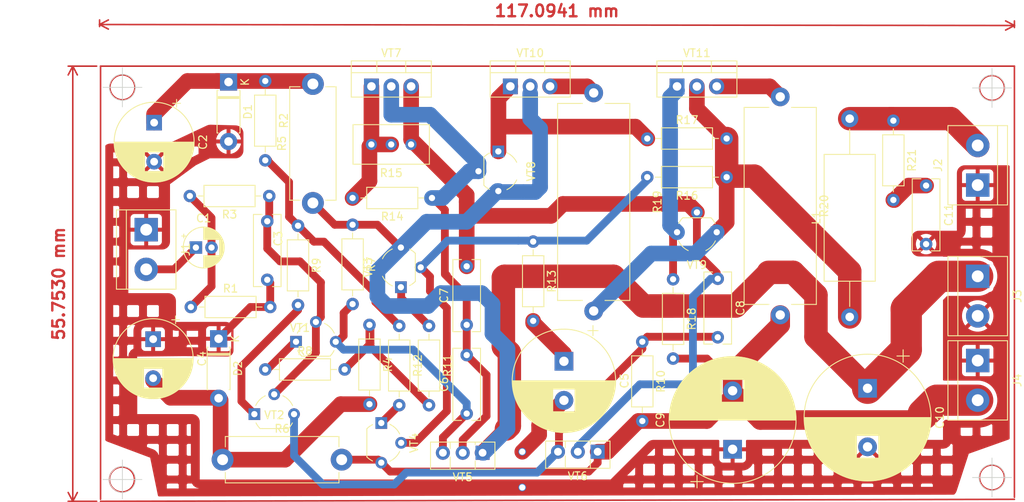
<source format=kicad_pcb>
(kicad_pcb (version 20211014) (generator pcbnew)

  (general
    (thickness 1.6)
  )

  (paper "A4")
  (layers
    (0 "F.Cu" signal)
    (31 "B.Cu" signal)
    (32 "B.Adhes" user "B.Adhesive")
    (33 "F.Adhes" user "F.Adhesive")
    (34 "B.Paste" user)
    (35 "F.Paste" user)
    (36 "B.SilkS" user "B.Silkscreen")
    (37 "F.SilkS" user "F.Silkscreen")
    (38 "B.Mask" user)
    (39 "F.Mask" user)
    (40 "Dwgs.User" user "User.Drawings")
    (41 "Cmts.User" user "User.Comments")
    (42 "Eco1.User" user "User.Eco1")
    (43 "Eco2.User" user "User.Eco2")
    (44 "Edge.Cuts" user)
    (45 "Margin" user)
    (46 "B.CrtYd" user "B.Courtyard")
    (47 "F.CrtYd" user "F.Courtyard")
    (48 "B.Fab" user)
    (49 "F.Fab" user)
    (50 "User.1" user)
    (51 "User.2" user)
    (52 "User.3" user)
    (53 "User.4" user)
    (54 "User.5" user)
    (55 "User.6" user)
    (56 "User.7" user)
    (57 "User.8" user)
    (58 "User.9" user)
  )

  (setup
    (stackup
      (layer "F.SilkS" (type "Top Silk Screen"))
      (layer "F.Paste" (type "Top Solder Paste"))
      (layer "F.Mask" (type "Top Solder Mask") (thickness 0.01))
      (layer "F.Cu" (type "copper") (thickness 0.035))
      (layer "dielectric 1" (type "core") (thickness 1.51) (material "FR4") (epsilon_r 4.5) (loss_tangent 0.02))
      (layer "B.Cu" (type "copper") (thickness 0.035))
      (layer "B.Mask" (type "Bottom Solder Mask") (thickness 0.01))
      (layer "B.Paste" (type "Bottom Solder Paste"))
      (layer "B.SilkS" (type "Bottom Silk Screen"))
      (copper_finish "None")
      (dielectric_constraints no)
    )
    (pad_to_mask_clearance 0)
    (pcbplotparams
      (layerselection 0x00010fc_ffffffff)
      (disableapertmacros false)
      (usegerberextensions false)
      (usegerberattributes true)
      (usegerberadvancedattributes true)
      (creategerberjobfile true)
      (svguseinch false)
      (svgprecision 6)
      (excludeedgelayer true)
      (plotframeref false)
      (viasonmask false)
      (mode 1)
      (useauxorigin false)
      (hpglpennumber 1)
      (hpglpenspeed 20)
      (hpglpendiameter 15.000000)
      (dxfpolygonmode true)
      (dxfimperialunits true)
      (dxfusepcbnewfont true)
      (psnegative false)
      (psa4output false)
      (plotreference true)
      (plotvalue true)
      (plotinvisibletext false)
      (sketchpadsonfab false)
      (subtractmaskfromsilk false)
      (outputformat 1)
      (mirror false)
      (drillshape 1)
      (scaleselection 1)
      (outputdirectory "")
    )
  )

  (net 0 "")
  (net 1 "Net-(C1-Pad1)")
  (net 2 "Net-(C1-Pad2)")
  (net 3 "GNDD")
  (net 4 "Net-(C2-Pad1)")
  (net 5 "Net-(C4-Pad2)")
  (net 6 "Net-(C5-Pad1)")
  (net 7 "Net-(C3-Pad1)")
  (net 8 "Net-(C6-Pad1)")
  (net 9 "Net-(C7-Pad2)")
  (net 10 "Net-(C9-Pad2)")
  (net 11 "Net-(C10-Pad1)")
  (net 12 "Net-(C11-Pad1)")
  (net 13 "Net-(J2-Pad2)")
  (net 14 "Net-(L1-Pad1)")
  (net 15 "Net-(R12-Pad1)")
  (net 16 "Net-(R11-Pad2)")
  (net 17 "Net-(R8-Pad1)")
  (net 18 "Net-(R9-Pad2)")
  (net 19 "Net-(R11-Pad1)")
  (net 20 "Net-(R12-Pad2)")
  (net 21 "Net-(R13-Pad1)")
  (net 22 "Net-(R14-Pad2)")
  (net 23 "Net-(R17-Pad1)")
  (net 24 "Net-(R18-Pad1)")
  (net 25 "Net-(R19-Pad1)")
  (net 26 "Net-(R20-Pad1)")
  (net 27 "Net-(C6-Pad2)")
  (net 28 "Net-(C8-Pad2)")

  (footprint "Resistor_THT:R_Axial_DIN0207_L6.3mm_D2.5mm_P10.16mm_Horizontal" (layer "F.Cu") (at 94.234 80.899 -90))

  (footprint "Capacitor_THT:CP_Radial_D16.0mm_P7.50mm" (layer "F.Cu") (at 133.096 96.714 90))

  (footprint "Capacitor_THT:CP_Radial_D5.0mm_P2.00mm" (layer "F.Cu") (at 64.399349 70.866))

  (footprint "Resistor_THT:R_Axial_DIN0614_L14.3mm_D5.7mm_P15.24mm_Horizontal" (layer "F.Cu") (at 79.375 65.151 90))

  (footprint "Resistor_THT:R_Axial_DIN0207_L6.3mm_D2.5mm_P10.16mm_Horizontal" (layer "F.Cu") (at 86.614 80.772 -90))

  (footprint "Resistor_THT:R_Axial_DIN0614_L14.3mm_D5.7mm_P15.24mm_Horizontal" (layer "F.Cu") (at 67.818 98.044))

  (footprint "Resistor_THT:R_Axial_DIN0207_L6.3mm_D2.5mm_P10.16mm_Horizontal" (layer "F.Cu") (at 77.47 68.072 -90))

  (footprint "Package_TO_SOT_THT:TO-220-3_Vertical" (layer "F.Cu") (at 104.648 50.221))

  (footprint "Package_TO_SOT_THT:TO-92_Wide" (layer "F.Cu") (at 88.13 93.345 -90))

  (footprint "Package_TO_SOT_THT:TO-126-3_Vertical" (layer "F.Cu") (at 115.824 97.028 180))

  (footprint "Resistor_THT:R_Axial_DIN0207_L6.3mm_D2.5mm_P10.16mm_Horizontal" (layer "F.Cu") (at 122.174 56.896))

  (footprint "Capacitor_THT:C_Rect_L9.0mm_W3.3mm_P7.50mm_MKT" (layer "F.Cu") (at 157.861 62.925 -90))

  (footprint "Resistor_THT:R_Axial_DIN0207_L6.3mm_D2.5mm_P10.16mm_Horizontal" (layer "F.Cu") (at 90.424 80.899 -90))

  (footprint "Resistor_THT:R_Axial_DIN0207_L6.3mm_D2.5mm_P10.16mm_Horizontal" (layer "F.Cu") (at 73.279 86.487))

  (footprint "Resistor_THT:R_Axial_Power_L25.0mm_W9.0mm_P27.94mm" (layer "F.Cu") (at 115.316 51.054 -90))

  (footprint "Capacitor_THT:CP_Radial_D13.0mm_P5.00mm" (layer "F.Cu") (at 111.506 85.441785 -90))

  (footprint "TerminalBlock:TerminalBlock_bornier-2_P5.08mm" (layer "F.Cu") (at 164.465 74.549 -90))

  (footprint "Resistor_THT:R_Axial_Power_L25.0mm_W9.0mm_P27.94mm" (layer "F.Cu") (at 139.192 51.562 -90))

  (footprint "Capacitor_THT:C_Rect_L9.0mm_W3.3mm_P7.50mm_MKT" (layer "F.Cu") (at 99.06 80.772 90))

  (footprint "Diode_THT:D_DO-41_SOD81_P7.62mm_Horizontal" (layer "F.Cu") (at 68.58 49.657 -90))

  (footprint "TerminalBlock:TerminalBlock_bornier-2_P5.08mm" (layer "F.Cu") (at 164.465 85.344 -90))

  (footprint "Package_TO_SOT_THT:TO-92_Wide" (layer "F.Cu") (at 71.882 92.21))

  (footprint "Package_TO_SOT_THT:TO-220-3_Vertical" (layer "F.Cu") (at 125.984 50.221))

  (footprint "Resistor_THT:R_Axial_DIN0207_L6.3mm_D2.5mm_P10.16mm_Horizontal" (layer "F.Cu") (at 73.787 64.262 180))

  (footprint "Capacitor_THT:C_Rect_L9.0mm_W3.3mm_P7.50mm_MKT" (layer "F.Cu") (at 131.191 74.863 -90))

  (footprint "Inductor_THT:L_Axial_L16.0mm_D6.3mm_P25.40mm_Horizontal_Fastron_VHBCC" (layer "F.Cu") (at 148.082 79.756 90))

  (footprint "Resistor_THT:R_Axial_DIN0207_L6.3mm_D2.5mm_P10.16mm_Horizontal" (layer "F.Cu") (at 107.569 70.104 -90))

  (footprint "Resistor_THT:R_Axial_DIN0207_L6.3mm_D2.5mm_P10.16mm_Horizontal" (layer "F.Cu") (at 73.279 49.53 -90))

  (footprint "Package_TO_SOT_THT:TO-92_Wide" (layer "F.Cu") (at 131.064 68.902 180))

  (footprint "Package_TO_SOT_THT:TO-92_Wide" (layer "F.Cu") (at 103.1085 58.547 -90))

  (footprint "Package_TO_SOT_THT:TO-126-3_Vertical" (layer "F.Cu") (at 101.092 97.161 180))

  (footprint "Capacitor_THT:CP_Radial_D10.0mm_P5.00mm" (layer "F.Cu")
    (tedit 5AE50EF1) (tstamp 9a8b117c-ce23-4410-957e-0bd5bf024606)
    (at 58.928 82.605969 -90)
    (descr "CP, Radial series, Radial, pin pitch=5.00mm, , diameter=10mm, Electrolytic Capacitor")
    (tags "CP Radial series Radial pin pitch 5.00mm  diameter 10mm Electrolytic Capacitor")
    (property "Sheetfile" "умзч-irf510.kicad_sch")
    (property "Sheetname" "")
    (path "/bedaf2ba-d56e-4dfa-96ca-6006e7ff1b78")
    (attr through_hole)
    (fp_text reference "C4" (at 2.5 -6.25 -90) (layer "F.SilkS")
      (effects (font (size 1 1) (thickness 0.15)))
      (tstamp aba1c536-d443-42b1-8ec7-4ff007f4a173)
    )
    (fp_text value "470uF" (at 2.5 6.25 -90) (layer "F.Fab")
      (effects (font (size 1 1) (thickness 0.15)))
      (tstamp aec23103-7d69-4f89-add0-bb4d915a7909)
    )
    (fp_text user "${REFERENCE}" (at 2.5 0 -90) (layer "F.Fab")
      (effects (font (size 1 1) (thickness 0.15)))
      (tstamp e2938ef8-84c8-475b-96e6-52b197018c80)
    )
    (fp_line (start 3.701 -4.938) (end 3.701 4.938) (layer "F.SilkS") (width 0.12) (tstamp 00587f9b-0776-4b13-9f16-4a46b4580e2e))
    (fp_line (start 4.141 -4.811) (end 4.141 -1.241) (layer "F.SilkS") (width 0.12) (tstamp 0370d83c-3ea7-4031-82b5-2636567be6b2))
    (fp_line (start 4.181 1.241) (end 4.181 4.797) (layer "F.SilkS") (width 0.12) (tstamp 049dc30d-cd5a-4078-9f1c-d11bf01e8dec))
    (fp_line (start 6.341 -3.347) (end 6.341 3.347) (layer "F.SilkS") (width 0.12) (tstamp 053a563f-9473-404a-9c6a-e638db37fae5))
    (fp_line (start 2.94 -5.062) (end 2.94 5.062) (layer "F.SilkS") (width 0.12) (tstamp 0c756773-aa3c-4089-866f-b147da6b7b7e))
    (fp_line (start 6.941 -2.51) (end 6.941 2.51) (layer "F.SilkS") (width 0.12) (tstamp 0cac6e39-6147-4db0-a577-57cc4fbd6c3e))
    (fp_line (start 7.581 -0.599) (end 7.581 0.599) (layer "F.SilkS") (width 0.12) (tstamp 0ce2d9db-3a2c-4634-a0ec-b5215d80e7c5))
    (fp_line (start 5.181 1.241) (end 5.181 4.323) (layer "F.SilkS") (width 0.12) (tstamp 0e0ce00d-471f-474c-b607-ebda7d27957f))
    (fp_line (start 5.981 -3.716) (end 5.981 -1.241) (layer "F.SilkS") (width 0.12) (tstamp 0ead8c8e-d015-433f-82dd-f48ddf24ad52))
    (fp_line (start 6.541 -3.106) (end 6.541 3.106) (layer "F.SilkS") (width 0.12) (tstamp 14f349e8-35a6-40ae-9b8f-7da0a7209eaf))
    (fp_line (start 5.781 -3.892) (end 5.781 -1.241) (layer "F.SilkS") (width 0.12) (tstamp 15b040e0-906c-4b49-be09-03d43f160ff2))
    (fp_line (start 7.541 -0.862) (end 7.541 0.862) (layer "F.SilkS") (width 0.12) (tstamp 15cbbcd5-7114-4501-b48f-96933ed55664))
    (fp_line (start 6.221 -3.478) (end 6.221 -1.241) (layer "F.SilkS") (width 0.12) (tstamp 15d014e9-d785-49f3-b0c8-249e84f4118e))
    (fp_line (start 3.461 -4.99) (end 3.461 4.99) (layer "F.SilkS") (width 0.12) (tstamp 17bad052-f800-4ba0-a2a7-98dd83e71cfc))
    (fp_line (start 3.341 -5.011) (end 3.341 5.011) (layer "F.SilkS") (width 0.12) (tstamp 1a74fdc0-fffc-4491-9754-52b08e10353c))
    (fp_line (start 3.861 -4.897) (end 3.861 -1.241) (layer "F.SilkS") (width 0.12) (tstamp 1c5d3487-952a-4d8b-a74c-903f49e64292))
    (fp_line (start 5.621 -4.02) (end 5.621 -1.241) (layer "F.SilkS") (width 0.12) (tstamp 1e568246-5f66-489b-9a11-02412597f4cd))
    (fp_line (start 5.101 1.241) (end 5.101 4.371) (layer "F.SilkS") (width 0.12) (tstamp 2230d88e-eff8-4cb4-b113-967396988529))
    (fp_line (start 6.101 -3.601) (end 6.101 -1.241) (layer "F.SilkS") (width 0.12) (tstamp 2277d7ef-1149-476d-bc8f-83fe0e21d571))
    (fp_line (start 5.781 1.241) (end 5.781 3.892) (layer "F.SilkS") (width 0.12) (tstamp 237440db-c3e4-42f0-a866-af27ebde3123))
    (fp_line (start 6.301 -3.392) (end 6.301 3.392) (layer "F.SilkS") (width 0.12) (tstamp 24061462-24fa-453b-8c18-2e59e8363ca0))
    (fp_line (start 3.901 1.241) (end 3.901 4.885) (layer "F.SilkS") (width 0.12) (tstamp 244d756c-2b4e-4ec7-8064-e0a47f98b92f))
    (fp_line (start 5.021 -4.417) (end 5.021 -1.241) (layer "F.SilkS") (width 0.12) (tstamp 2576a558-b3c8-409d-9b33-dfe128b30f9b))
    (fp_line (start -2.979646 -2.875) (end -1.979646 -2.875) (layer "F.SilkS") (width 0.12) (tstamp 25d1ad44-f7d6-479b-afc4-cf6143dc02bb))
    (fp_line (start 7.021 -2.365) (end 7.021 2.365) (layer "F.SilkS") (width 0.12) (tstamp 25da83c6-bc4f-4c15-87b7-ef18f97e5f92))
    (fp_line (start 4.741 1.241) (end 4.741 4.564) (layer "F.SilkS") (width 0.12) (tstamp 29b06bc0-eec6-4aa3-9f0c-edd946ce7316))
    (fp_line (start 4.781 -4.545) (end 4.781 -1.241) (layer "F.SilkS") (width 0.12) (tstamp 2a3e880c-90ea-4a95-8fe7-5a2ee75110f5))
    (fp_line (start 5.141 1.241) (end 5.141 4.347) (layer "F.SilkS") (width 0.12) (tstamp 2acffb30-6f33-419c-98a6-508f2082d9
... [279291 chars truncated]
</source>
